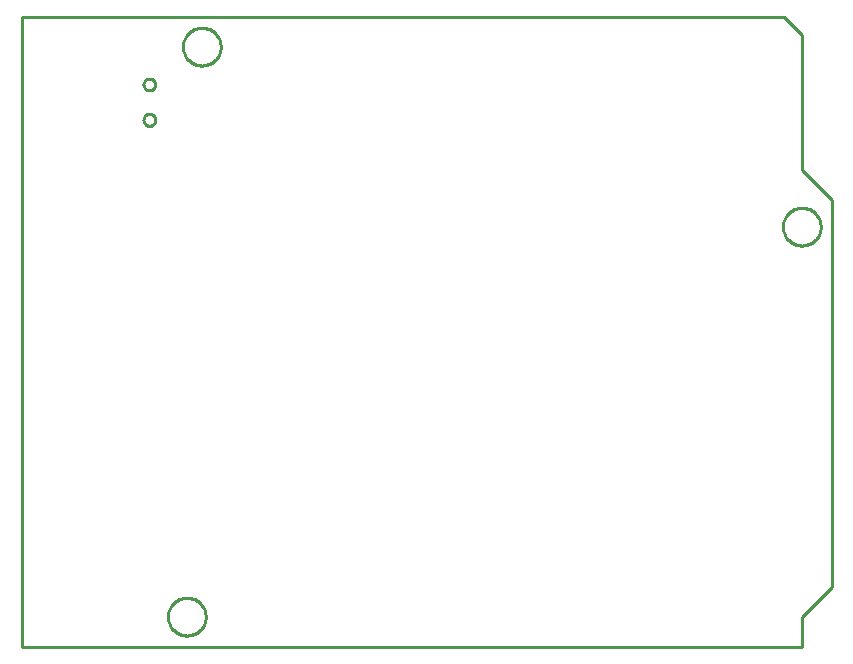
<source format=gbr>
G04 EAGLE Gerber RS-274X export*
G75*
%MOMM*%
%FSLAX34Y34*%
%LPD*%
%IN*%
%IPPOS*%
%AMOC8*
5,1,8,0,0,1.08239X$1,22.5*%
G01*
%ADD10C,0.254000*%


D10*
X0Y0D02*
X660400Y0D01*
X660400Y25400D01*
X685800Y50800D01*
X685800Y378460D01*
X660400Y403860D01*
X660400Y518160D01*
X645160Y533400D01*
X0Y533400D01*
X0Y0D01*
X676400Y355076D02*
X676332Y354031D01*
X676195Y352992D01*
X675990Y351965D01*
X675719Y350953D01*
X675383Y349961D01*
X674982Y348993D01*
X674518Y348054D01*
X673995Y347146D01*
X673413Y346275D01*
X672775Y345444D01*
X672084Y344657D01*
X671343Y343916D01*
X670556Y343225D01*
X669725Y342588D01*
X668854Y342006D01*
X667946Y341482D01*
X667007Y341018D01*
X666039Y340617D01*
X665047Y340281D01*
X664035Y340010D01*
X663008Y339805D01*
X661969Y339669D01*
X660924Y339600D01*
X659876Y339600D01*
X658831Y339669D01*
X657792Y339805D01*
X656765Y340010D01*
X655753Y340281D01*
X654761Y340617D01*
X653793Y341018D01*
X652854Y341482D01*
X651946Y342006D01*
X651075Y342588D01*
X650244Y343225D01*
X649457Y343916D01*
X648716Y344657D01*
X648025Y345444D01*
X647388Y346275D01*
X646806Y347146D01*
X646282Y348054D01*
X645818Y348993D01*
X645417Y349961D01*
X645081Y350953D01*
X644810Y351965D01*
X644605Y352992D01*
X644469Y354031D01*
X644400Y355076D01*
X644400Y356124D01*
X644469Y357169D01*
X644605Y358208D01*
X644810Y359235D01*
X645081Y360247D01*
X645417Y361239D01*
X645818Y362207D01*
X646282Y363146D01*
X646806Y364054D01*
X647388Y364925D01*
X648025Y365756D01*
X648716Y366543D01*
X649457Y367284D01*
X650244Y367975D01*
X651075Y368613D01*
X651946Y369195D01*
X652854Y369718D01*
X653793Y370182D01*
X654761Y370583D01*
X655753Y370919D01*
X656765Y371190D01*
X657792Y371395D01*
X658831Y371532D01*
X659876Y371600D01*
X660924Y371600D01*
X661969Y371532D01*
X663008Y371395D01*
X664035Y371190D01*
X665047Y370919D01*
X666039Y370583D01*
X667007Y370182D01*
X667946Y369718D01*
X668854Y369195D01*
X669725Y368613D01*
X670556Y367975D01*
X671343Y367284D01*
X672084Y366543D01*
X672775Y365756D01*
X673413Y364925D01*
X673995Y364054D01*
X674518Y363146D01*
X674982Y362207D01*
X675383Y361239D01*
X675719Y360247D01*
X675990Y359235D01*
X676195Y358208D01*
X676332Y357169D01*
X676400Y356124D01*
X676400Y355076D01*
X168400Y507476D02*
X168332Y506431D01*
X168195Y505392D01*
X167990Y504365D01*
X167719Y503353D01*
X167383Y502361D01*
X166982Y501393D01*
X166518Y500454D01*
X165995Y499546D01*
X165413Y498675D01*
X164775Y497844D01*
X164084Y497057D01*
X163343Y496316D01*
X162556Y495625D01*
X161725Y494988D01*
X160854Y494406D01*
X159946Y493882D01*
X159007Y493418D01*
X158039Y493017D01*
X157047Y492681D01*
X156035Y492410D01*
X155008Y492205D01*
X153969Y492069D01*
X152924Y492000D01*
X151876Y492000D01*
X150831Y492069D01*
X149792Y492205D01*
X148765Y492410D01*
X147753Y492681D01*
X146761Y493017D01*
X145793Y493418D01*
X144854Y493882D01*
X143946Y494406D01*
X143075Y494988D01*
X142244Y495625D01*
X141457Y496316D01*
X140716Y497057D01*
X140025Y497844D01*
X139388Y498675D01*
X138806Y499546D01*
X138282Y500454D01*
X137818Y501393D01*
X137417Y502361D01*
X137081Y503353D01*
X136810Y504365D01*
X136605Y505392D01*
X136469Y506431D01*
X136400Y507476D01*
X136400Y508524D01*
X136469Y509569D01*
X136605Y510608D01*
X136810Y511635D01*
X137081Y512647D01*
X137417Y513639D01*
X137818Y514607D01*
X138282Y515546D01*
X138806Y516454D01*
X139388Y517325D01*
X140025Y518156D01*
X140716Y518943D01*
X141457Y519684D01*
X142244Y520375D01*
X143075Y521013D01*
X143946Y521595D01*
X144854Y522118D01*
X145793Y522582D01*
X146761Y522983D01*
X147753Y523319D01*
X148765Y523590D01*
X149792Y523795D01*
X150831Y523932D01*
X151876Y524000D01*
X152924Y524000D01*
X153969Y523932D01*
X155008Y523795D01*
X156035Y523590D01*
X157047Y523319D01*
X158039Y522983D01*
X159007Y522582D01*
X159946Y522118D01*
X160854Y521595D01*
X161725Y521013D01*
X162556Y520375D01*
X163343Y519684D01*
X164084Y518943D01*
X164775Y518156D01*
X165413Y517325D01*
X165995Y516454D01*
X166518Y515546D01*
X166982Y514607D01*
X167383Y513639D01*
X167719Y512647D01*
X167990Y511635D01*
X168195Y510608D01*
X168332Y509569D01*
X168400Y508524D01*
X168400Y507476D01*
X155700Y24876D02*
X155632Y23831D01*
X155495Y22792D01*
X155290Y21765D01*
X155019Y20753D01*
X154683Y19761D01*
X154282Y18793D01*
X153818Y17854D01*
X153295Y16946D01*
X152713Y16075D01*
X152075Y15244D01*
X151384Y14457D01*
X150643Y13716D01*
X149856Y13025D01*
X149025Y12388D01*
X148154Y11806D01*
X147246Y11282D01*
X146307Y10818D01*
X145339Y10417D01*
X144347Y10081D01*
X143335Y9810D01*
X142308Y9605D01*
X141269Y9469D01*
X140224Y9400D01*
X139176Y9400D01*
X138131Y9469D01*
X137092Y9605D01*
X136065Y9810D01*
X135053Y10081D01*
X134061Y10417D01*
X133093Y10818D01*
X132154Y11282D01*
X131246Y11806D01*
X130375Y12388D01*
X129544Y13025D01*
X128757Y13716D01*
X128016Y14457D01*
X127325Y15244D01*
X126688Y16075D01*
X126106Y16946D01*
X125582Y17854D01*
X125118Y18793D01*
X124717Y19761D01*
X124381Y20753D01*
X124110Y21765D01*
X123905Y22792D01*
X123769Y23831D01*
X123700Y24876D01*
X123700Y25924D01*
X123769Y26969D01*
X123905Y28008D01*
X124110Y29035D01*
X124381Y30047D01*
X124717Y31039D01*
X125118Y32007D01*
X125582Y32946D01*
X126106Y33854D01*
X126688Y34725D01*
X127325Y35556D01*
X128016Y36343D01*
X128757Y37084D01*
X129544Y37775D01*
X130375Y38413D01*
X131246Y38995D01*
X132154Y39518D01*
X133093Y39982D01*
X134061Y40383D01*
X135053Y40719D01*
X136065Y40990D01*
X137092Y41195D01*
X138131Y41332D01*
X139176Y41400D01*
X140224Y41400D01*
X141269Y41332D01*
X142308Y41195D01*
X143335Y40990D01*
X144347Y40719D01*
X145339Y40383D01*
X146307Y39982D01*
X147246Y39518D01*
X148154Y38995D01*
X149025Y38413D01*
X149856Y37775D01*
X150643Y37084D01*
X151384Y36343D01*
X152075Y35556D01*
X152713Y34725D01*
X153295Y33854D01*
X153818Y32946D01*
X154282Y32007D01*
X154683Y31039D01*
X155019Y30047D01*
X155290Y29035D01*
X155495Y28008D01*
X155632Y26969D01*
X155700Y25924D01*
X155700Y24876D01*
X108231Y481010D02*
X108789Y480947D01*
X109336Y480822D01*
X109866Y480637D01*
X110372Y480393D01*
X110848Y480094D01*
X111287Y479744D01*
X111684Y479347D01*
X112034Y478908D01*
X112333Y478432D01*
X112577Y477926D01*
X112762Y477396D01*
X112887Y476849D01*
X112950Y476291D01*
X112950Y475729D01*
X112887Y475171D01*
X112762Y474624D01*
X112577Y474094D01*
X112333Y473588D01*
X112034Y473112D01*
X111684Y472673D01*
X111287Y472276D01*
X110848Y471926D01*
X110372Y471627D01*
X109866Y471383D01*
X109336Y471198D01*
X108789Y471073D01*
X108231Y471010D01*
X107669Y471010D01*
X107111Y471073D01*
X106564Y471198D01*
X106034Y471383D01*
X105528Y471627D01*
X105052Y471926D01*
X104613Y472276D01*
X104216Y472673D01*
X103866Y473112D01*
X103567Y473588D01*
X103323Y474094D01*
X103138Y474624D01*
X103013Y475171D01*
X102950Y475729D01*
X102950Y476291D01*
X103013Y476849D01*
X103138Y477396D01*
X103323Y477926D01*
X103567Y478432D01*
X103866Y478908D01*
X104216Y479347D01*
X104613Y479744D01*
X105052Y480094D01*
X105528Y480393D01*
X106034Y480637D01*
X106564Y480822D01*
X107111Y480947D01*
X107669Y481010D01*
X108231Y481010D01*
X108231Y451010D02*
X108789Y450947D01*
X109336Y450822D01*
X109866Y450637D01*
X110372Y450393D01*
X110848Y450094D01*
X111287Y449744D01*
X111684Y449347D01*
X112034Y448908D01*
X112333Y448432D01*
X112577Y447926D01*
X112762Y447396D01*
X112887Y446849D01*
X112950Y446291D01*
X112950Y445729D01*
X112887Y445171D01*
X112762Y444624D01*
X112577Y444094D01*
X112333Y443588D01*
X112034Y443112D01*
X111684Y442673D01*
X111287Y442276D01*
X110848Y441926D01*
X110372Y441627D01*
X109866Y441383D01*
X109336Y441198D01*
X108789Y441073D01*
X108231Y441010D01*
X107669Y441010D01*
X107111Y441073D01*
X106564Y441198D01*
X106034Y441383D01*
X105528Y441627D01*
X105052Y441926D01*
X104613Y442276D01*
X104216Y442673D01*
X103866Y443112D01*
X103567Y443588D01*
X103323Y444094D01*
X103138Y444624D01*
X103013Y445171D01*
X102950Y445729D01*
X102950Y446291D01*
X103013Y446849D01*
X103138Y447396D01*
X103323Y447926D01*
X103567Y448432D01*
X103866Y448908D01*
X104216Y449347D01*
X104613Y449744D01*
X105052Y450094D01*
X105528Y450393D01*
X106034Y450637D01*
X106564Y450822D01*
X107111Y450947D01*
X107669Y451010D01*
X108231Y451010D01*
M02*

</source>
